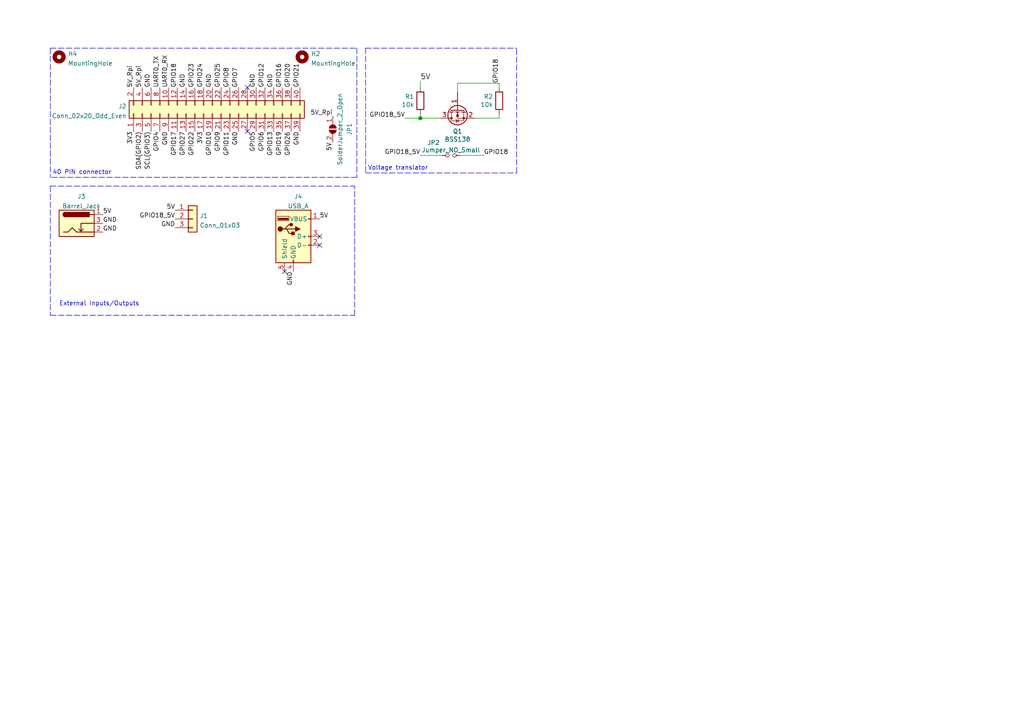
<source format=kicad_sch>
(kicad_sch (version 20210621) (generator eeschema)
  (paper "A4")
  (lib_symbols
    (symbol "Connector:Barrel_Jack_Switch" (pin_names hide)
      (property "Reference" "J" (at 0 5.334 0))
      (property "Value" "Barrel_Jack_Switch" (at 0 -5.08 0))
      (symbol "Barrel_Jack_Switch_0_1"
        (arc (start -3.302 3.175) (end -3.302 1.905) (radius (at -3.302 2.54) (length 0.635) (angles 90.1 -90.1)) (stroke (width 0.254)))
        (arc (start -3.302 3.175) (end -3.302 1.905) (radius (at -3.302 2.54) (length 0.635) (angles 90.1 -90.1)) (stroke (width 0.254)) (fill (type outline)))
        (rectangle (start 3.683 3.175) (end -3.302 1.905) (stroke (width 0.254)) (fill (type outline)))
        (rectangle (start -5.08 3.81) (end 5.08 -3.81) (stroke (width 0.254)) (fill (type background)))
        (polyline (pts (xy 1.27 -2.286) (xy 1.905 -1.651)) (stroke (width 0.254)))
        (polyline (pts (xy 5.08 2.54) (xy 3.81 2.54)) (stroke (width 0.254)))
        (polyline (pts (xy 5.08 0) (xy 1.27 0) (xy 1.27 -2.286) (xy 0.635 -1.651)) (stroke (width 0.254)))
        (polyline (pts (xy -3.81 -2.54) (xy -2.54 -2.54) (xy -1.27 -1.27) (xy 0 -2.54) (xy 2.54 -2.54) (xy 5.08 -2.54)) (stroke (width 0.254)))
      )
      (symbol "Barrel_Jack_Switch_1_1"
        (pin passive line (at 7.62 2.54 180) (length 2.54) (name "~") (number "1"))
        (pin passive line (at 7.62 -2.54 180) (length 2.54) (name "~") (number "2"))
        (pin passive line (at 7.62 0 180) (length 2.54) (name "~") (number "3"))
      )
    )
    (symbol "Connector:USB_A" (pin_names (offset 1.016))
      (property "Reference" "J" (at -5.08 11.43 0))
      (property "Value" "USB_A" (at -5.08 8.89 0))
      (symbol "USB_A_0_1"
        (circle (center -3.81 2.159) (radius 0.635) (stroke (width 0.254)) (fill (type outline)))
        (circle (center -0.635 3.429) (radius 0.381) (stroke (width 0.254)) (fill (type outline)))
        (rectangle (start -1.27 4.572) (end -4.572 5.842))
        (rectangle (start -0.127 -7.62) (end 0.127 -6.858))
        (rectangle (start 5.08 -2.667) (end 4.318 -2.413))
        (rectangle (start 5.08 -0.127) (end 4.318 0.127))
        (rectangle (start 5.08 4.953) (end 4.318 5.207))
        (rectangle (start -1.524 4.826) (end -4.318 5.334) (fill (type outline)))
        (rectangle (start 0.254 1.27) (end -0.508 0.508) (stroke (width 0.254)) (fill (type outline)))
        (rectangle (start -5.08 -7.62) (end 5.08 7.62) (stroke (width 0.254)) (fill (type background)))
        (polyline (pts (xy -3.175 2.159) (xy -2.54 2.159) (xy -1.27 3.429) (xy -0.635 3.429)) (stroke (width 0.254)))
        (polyline (pts (xy -2.54 2.159) (xy -1.905 2.159) (xy -1.27 0.889) (xy 0 0.889)) (stroke (width 0.254)))
        (polyline (pts (xy 0.635 2.794) (xy 0.635 1.524) (xy 1.905 2.159) (xy 0.635 2.794)) (stroke (width 0.254)) (fill (type outline)))
      )
      (symbol "USB_A_1_1"
        (polyline (pts (xy -1.905 2.159) (xy 0.635 2.159)) (stroke (width 0.254)))
        (pin power_in line (at 7.62 5.08 180) (length 2.54) (name "VBUS") (number "1"))
        (pin passive line (at 7.62 -2.54 180) (length 2.54) (name "D-") (number "2"))
        (pin passive line (at 7.62 0 180) (length 2.54) (name "D+") (number "3"))
        (pin power_in line (at 0 -10.16 90) (length 2.54) (name "GND") (number "4"))
        (pin passive line (at -2.54 -10.16 90) (length 2.54) (name "Shield") (number "5"))
      )
    )
    (symbol "Connector_Generic:Conn_01x03" (pin_names (offset 1.016) hide)
      (property "Reference" "J" (at 0 5.08 0))
      (property "Value" "Conn_01x03" (at 0 -5.08 0))
      (symbol "Conn_01x03_1_1"
        (rectangle (start -1.27 -2.413) (end 0 -2.667) (stroke (width 0.1524)))
        (rectangle (start -1.27 0.127) (end 0 -0.127) (stroke (width 0.1524)))
        (rectangle (start -1.27 2.667) (end 0 2.413) (stroke (width 0.1524)))
        (rectangle (start -1.27 3.81) (end 1.27 -3.81) (stroke (width 0.254)) (fill (type background)))
        (pin passive line (at -5.08 2.54 0) (length 3.81) (name "Pin_1") (number "1"))
        (pin passive line (at -5.08 0 0) (length 3.81) (name "Pin_2") (number "2"))
        (pin passive line (at -5.08 -2.54 0) (length 3.81) (name "Pin_3") (number "3"))
      )
    )
    (symbol "Connector_Generic:Conn_02x20_Odd_Even" (pin_names (offset 1.016) hide)
      (property "Reference" "J" (at 1.27 25.4 0))
      (property "Value" "Conn_02x20_Odd_Even" (at 1.27 -27.94 0))
      (symbol "Conn_02x20_Odd_Even_1_1"
        (rectangle (start -1.27 -25.273) (end 0 -25.527) (stroke (width 0.1524)))
        (rectangle (start -1.27 -22.733) (end 0 -22.987) (stroke (width 0.1524)))
        (rectangle (start -1.27 -20.193) (end 0 -20.447) (stroke (width 0.1524)))
        (rectangle (start -1.27 -17.653) (end 0 -17.907) (stroke (width 0.1524)))
        (rectangle (start -1.27 -15.113) (end 0 -15.367) (stroke (width 0.1524)))
        (rectangle (start -1.27 -12.573) (end 0 -12.827) (stroke (width 0.1524)))
        (rectangle (start -1.27 -10.033) (end 0 -10.287) (stroke (width 0.1524)))
        (rectangle (start -1.27 -7.493) (end 0 -7.747) (stroke (width 0.1524)))
        (rectangle (start -1.27 -4.953) (end 0 -5.207) (stroke (width 0.1524)))
        (rectangle (start -1.27 -2.413) (end 0 -2.667) (stroke (width 0.1524)))
        (rectangle (start -1.27 0.127) (end 0 -0.127) (stroke (width 0.1524)))
        (rectangle (start -1.27 2.667) (end 0 2.413) (stroke (width 0.1524)))
        (rectangle (start -1.27 5.207) (end 0 4.953) (stroke (width 0.1524)))
        (rectangle (start -1.27 7.747) (end 0 7.493) (stroke (width 0.1524)))
        (rectangle (start -1.27 10.287) (end 0 10.033) (stroke (width 0.1524)))
        (rectangle (start -1.27 12.827) (end 0 12.573) (stroke (width 0.1524)))
        (rectangle (start -1.27 15.367) (end 0 15.113) (stroke (width 0.1524)))
        (rectangle (start -1.27 17.907) (end 0 17.653) (stroke (width 0.1524)))
        (rectangle (start -1.27 20.447) (end 0 20.193) (stroke (width 0.1524)))
        (rectangle (start -1.27 22.987) (end 0 22.733) (stroke (width 0.1524)))
        (rectangle (start 3.81 -25.273) (end 2.54 -25.527) (stroke (width 0.1524)))
        (rectangle (start 3.81 -22.733) (end 2.54 -22.987) (stroke (width 0.1524)))
        (rectangle (start 3.81 -20.193) (end 2.54 -20.447) (stroke (width 0.1524)))
        (rectangle (start 3.81 -17.653) (end 2.54 -17.907) (stroke (width 0.1524)))
        (rectangle (start 3.81 -15.113) (end 2.54 -15.367) (stroke (width 0.1524)))
        (rectangle (start 3.81 -12.573) (end 2.54 -12.827) (stroke (width 0.1524)))
        (rectangle (start 3.81 -10.033) (end 2.54 -10.287) (stroke (width 0.1524)))
        (rectangle (start 3.81 -7.493) (end 2.54 -7.747) (stroke (width 0.1524)))
        (rectangle (start 3.81 -4.953) (end 2.54 -5.207) (stroke (width 0.1524)))
        (rectangle (start 3.81 -2.413) (end 2.54 -2.667) (stroke (width 0.1524)))
        (rectangle (start 3.81 0.127) (end 2.54 -0.127) (stroke (width 0.1524)))
        (rectangle (start 3.81 2.667) (end 2.54 2.413) (stroke (width 0.1524)))
        (rectangle (start 3.81 5.207) (end 2.54 4.953) (stroke (width 0.1524)))
        (rectangle (start 3.81 7.747) (end 2.54 7.493) (stroke (width 0.1524)))
        (rectangle (start 3.81 10.287) (end 2.54 10.033) (stroke (width 0.1524)))
        (rectangle (start 3.81 12.827) (end 2.54 12.573) (stroke (width 0.1524)))
        (rectangle (start 3.81 15.367) (end 2.54 15.113) (stroke (width 0.1524)))
        (rectangle (start 3.81 17.907) (end 2.54 17.653) (stroke (width 0.1524)))
        (rectangle (start 3.81 20.447) (end 2.54 20.193) (stroke (width 0.1524)))
        (rectangle (start 3.81 22.987) (end 2.54 22.733) (stroke (width 0.1524)))
        (rectangle (start -1.27 24.13) (end 3.81 -26.67) (stroke (width 0.254)) (fill (type background)))
        (pin passive line (at -5.08 22.86 0) (length 3.81) (name "Pin_1") (number "1"))
        (pin passive line (at 7.62 12.7 180) (length 3.81) (name "Pin_10") (number "10"))
        (pin passive line (at -5.08 10.16 0) (length 3.81) (name "Pin_11") (number "11"))
        (pin passive line (at 7.62 10.16 180) (length 3.81) (name "Pin_12") (number "12"))
        (pin passive line (at -5.08 7.62 0) (length 3.81) (name "Pin_13") (number "13"))
        (pin passive line (at 7.62 7.62 180) (length 3.81) (name "Pin_14") (number "14"))
        (pin passive line (at -5.08 5.08 0) (length 3.81) (name "Pin_15") (number "15"))
        (pin passive line (at 7.62 5.08 180) (length 3.81) (name "Pin_16") (number "16"))
        (pin passive line (at -5.08 2.54 0) (length 3.81) (name "Pin_17") (number "17"))
        (pin passive line (at 7.62 2.54 180) (length 3.81) (name "Pin_18") (number "18"))
        (pin passive line (at -5.08 0 0) (length 3.81) (name "Pin_19") (number "19"))
        (pin passive line (at 7.62 22.86 180) (length 3.81) (name "Pin_2") (number "2"))
        (pin passive line (at 7.62 0 180) (length 3.81) (name "Pin_20") (number "20"))
        (pin passive line (at -5.08 -2.54 0) (length 3.81) (name "Pin_21") (number "21"))
        (pin passive line (at 7.62 -2.54 180) (length 3.81) (name "Pin_22") (number "22"))
        (pin passive line (at -5.08 -5.08 0) (length 3.81) (name "Pin_23") (number "23"))
        (pin passive line (at 7.62 -5.08 180) (length 3.81) (name "Pin_24") (number "24"))
        (pin passive line (at -5.08 -7.62 0) (length 3.81) (name "Pin_25") (number "25"))
        (pin passive line (at 7.62 -7.62 180) (length 3.81) (name "Pin_26") (number "26"))
        (pin passive line (at -5.08 -10.16 0) (length 3.81) (name "Pin_27") (number "27"))
        (pin passive line (at 7.62 -10.16 180) (length 3.81) (name "Pin_28") (number "28"))
        (pin passive line (at -5.08 -12.7 0) (length 3.81) (name "Pin_29") (number "29"))
        (pin passive line (at -5.08 20.32 0) (length 3.81) (name "Pin_3") (number "3"))
        (pin passive line (at 7.62 -12.7 180) (length 3.81) (name "Pin_30") (number "30"))
        (pin passive line (at -5.08 -15.24 0) (length 3.81) (name "Pin_31") (number "31"))
        (pin passive line (at 7.62 -15.24 180) (length 3.81) (name "Pin_32") (number "32"))
        (pin passive line (at -5.08 -17.78 0) (length 3.81) (name "Pin_33") (number "33"))
        (pin passive line (at 7.62 -17.78 180) (length 3.81) (name "Pin_34") (number "34"))
        (pin passive line (at -5.08 -20.32 0) (length 3.81) (name "Pin_35") (number "35"))
        (pin passive line (at 7.62 -20.32 180) (length 3.81) (name "Pin_36") (number "36"))
        (pin passive line (at -5.08 -22.86 0) (length 3.81) (name "Pin_37") (number "37"))
        (pin passive line (at 7.62 -22.86 180) (length 3.81) (name "Pin_38") (number "38"))
        (pin passive line (at -5.08 -25.4 0) (length 3.81) (name "Pin_39") (number "39"))
        (pin passive line (at 7.62 20.32 180) (length 3.81) (name "Pin_4") (number "4"))
        (pin passive line (at 7.62 -25.4 180) (length 3.81) (name "Pin_40") (number "40"))
        (pin passive line (at -5.08 17.78 0) (length 3.81) (name "Pin_5") (number "5"))
        (pin passive line (at 7.62 17.78 180) (length 3.81) (name "Pin_6") (number "6"))
        (pin passive line (at -5.08 15.24 0) (length 3.81) (name "Pin_7") (number "7"))
        (pin passive line (at 7.62 15.24 180) (length 3.81) (name "Pin_8") (number "8"))
        (pin passive line (at -5.08 12.7 0) (length 3.81) (name "Pin_9") (number "9"))
      )
    )
    (symbol "Device:Jumper_NO_Small" (pin_numbers hide) (pin_names (offset 0.762) hide)
      (property "Reference" "JP" (at 0 2.032 0))
      (property "Value" "Jumper_NO_Small" (at 0.254 -1.524 0))
      (symbol "Jumper_NO_Small_0_1"
        (circle (center -1.016 0) (radius 0.508))
        (circle (center 1.016 0) (radius 0.508))
        (pin passive line (at -2.54 0 0) (length 1.016) (name "1") (number "1"))
        (pin passive line (at 2.54 0 180) (length 1.016) (name "2") (number "2"))
      )
    )
    (symbol "Device:R" (pin_numbers hide) (pin_names (offset 0))
      (property "Reference" "R" (at 2.032 0 90))
      (property "Value" "R" (at 0 0 90))
      (symbol "R_0_1"
        (rectangle (start -1.016 -2.54) (end 1.016 2.54) (stroke (width 0.254)))
      )
      (symbol "R_1_1"
        (pin passive line (at 0 3.81 270) (length 1.27) (name "~") (number "1"))
        (pin passive line (at 0 -3.81 90) (length 1.27) (name "~") (number "2"))
      )
    )
    (symbol "Jumper:SolderJumper_2_Open" (pin_names (offset 0) hide)
      (property "Reference" "JP" (at 0 2.032 0))
      (property "Value" "SolderJumper_2_Open" (at 0 -2.54 0))
      (symbol "SolderJumper_2_Open_0_1"
        (arc (start -0.254 1.016) (end -0.254 -1.016) (radius (at -0.254 0) (length 1.016) (angles 90.1 -90.1)))
        (arc (start 0.254 -1.016) (end 0.254 1.016) (radius (at 0.254 0) (length 1.016) (angles -89.9 89.9)))
        (arc (start -0.254 1.016) (end -0.254 -1.016) (radius (at -0.254 0) (length 1.016) (angles 90.1 -90.1)) (fill (type outline)))
        (arc (start 0.254 -1.016) (end 0.254 1.016) (radius (at 0.254 0) (length 1.016) (angles -89.9 89.9)) (fill (type outline)))
        (polyline (pts (xy -0.254 1.016) (xy -0.254 -1.016)))
        (polyline (pts (xy 0.254 1.016) (xy 0.254 -1.016)))
      )
      (symbol "SolderJumper_2_Open_1_1"
        (pin passive line (at -3.81 0 0) (length 2.54) (name "A") (number "1"))
        (pin passive line (at 3.81 0 180) (length 2.54) (name "B") (number "2"))
      )
    )
    (symbol "Mechanical:MountingHole" (pin_names (offset 1.016))
      (property "Reference" "H" (at 0 5.08 0))
      (property "Value" "MountingHole" (at 0 3.175 0))
      (symbol "MountingHole_0_1"
        (circle (center 0 0) (radius 1.27) (stroke (width 1.27)))
      )
    )
    (symbol "Transistor_FET:BSS138" (pin_names (offset 0) hide)
      (property "Reference" "Q" (at 5.08 1.905 0))
      (property "Value" "BSS138" (at 5.08 0 0))
      (symbol "BSS138_0_1"
        (circle (center 1.651 0) (radius 2.8194) (stroke (width 0.254)))
        (circle (center 2.54 -1.778) (radius 0.2794) (fill (type outline)))
        (circle (center 2.54 1.778) (radius 0.2794) (fill (type outline)))
        (polyline (pts (xy 0.762 -1.778) (xy 2.54 -1.778)))
        (polyline (pts (xy 0.762 -1.27) (xy 0.762 -2.286)) (stroke (width 0.254)))
        (polyline (pts (xy 0.762 0) (xy 2.54 0)))
        (polyline (pts (xy 0.762 0.508) (xy 0.762 -0.508)) (stroke (width 0.254)))
        (polyline (pts (xy 0.762 1.778) (xy 2.54 1.778)))
        (polyline (pts (xy 0.762 2.286) (xy 0.762 1.27)) (stroke (width 0.254)))
        (polyline (pts (xy 2.54 -1.778) (xy 2.54 -2.54)))
        (polyline (pts (xy 2.54 -1.778) (xy 2.54 0)))
        (polyline (pts (xy 2.54 2.54) (xy 2.54 1.778)))
        (polyline (pts (xy 0.254 1.905) (xy 0.254 -1.905) (xy 0.254 -1.905)) (stroke (width 0.254)))
        (polyline (pts (xy 2.54 -1.778) (xy 3.302 -1.778) (xy 3.302 1.778) (xy 2.54 1.778)))
        (polyline (pts (xy 2.794 0.508) (xy 2.921 0.381) (xy 3.683 0.381) (xy 3.81 0.254)))
        (polyline (pts (xy 3.302 0.381) (xy 2.921 -0.254) (xy 3.683 -0.254) (xy 3.302 0.381)))
        (polyline (pts (xy 1.016 0) (xy 2.032 0.381) (xy 2.032 -0.381) (xy 1.016 0)) (fill (type outline)))
      )
      (symbol "BSS138_1_1"
        (pin input line (at -5.08 0 0) (length 5.334) (name "G") (number "1"))
        (pin passive line (at 2.54 -5.08 90) (length 2.54) (name "S") (number "2"))
        (pin passive line (at 2.54 5.08 270) (length 2.54) (name "D") (number "3"))
      )
    )
  )
  (junction (at 121.92 34.29) (diameter 1.016))
  (no_connect (at 71.755 25.4))
  (no_connect (at 71.755 38.1))
  (no_connect (at 82.55 78.74))
  (no_connect (at 92.71 68.58))
  (no_connect (at 92.71 71.12))
  (wire (pts (xy 121.92 23.495) (xy 121.92 25.4)))
  (wire (pts (xy 121.92 33.02) (xy 121.92 34.29)))
  (wire (pts (xy 121.92 34.29) (xy 117.475 34.29)))
  (wire (pts (xy 121.92 45.085) (xy 128.27 45.085)))
  (wire (pts (xy 127.635 34.29) (xy 121.92 34.29)))
  (wire (pts (xy 132.715 26.67) (xy 132.715 24.13)))
  (wire (pts (xy 133.35 45.085) (xy 140.335 45.085)))
  (wire (pts (xy 137.795 34.29) (xy 144.78 34.29)))
  (wire (pts (xy 144.78 24.13) (xy 132.715 24.13)))
  (wire (pts (xy 144.78 25.4) (xy 144.78 24.13)))
  (wire (pts (xy 144.78 33.02) (xy 144.78 34.29)))
  (polyline (pts (xy 14.605 13.97) (xy 14.605 51.435)) (stroke (width 0) (type dash)))
  (polyline (pts (xy 14.605 13.97) (xy 103.505 13.97)) (stroke (width 0) (type dash)))
  (polyline (pts (xy 14.605 53.975) (xy 14.605 91.44)) (stroke (width 0) (type dash)))
  (polyline (pts (xy 14.605 53.975) (xy 102.87 53.975)) (stroke (width 0) (type dash)))
  (polyline (pts (xy 14.605 91.44) (xy 102.87 91.44)) (stroke (width 0) (type dash)))
  (polyline (pts (xy 102.87 91.44) (xy 102.87 53.975)) (stroke (width 0) (type dash)))
  (polyline (pts (xy 103.505 13.97) (xy 103.505 51.435)) (stroke (width 0) (type dash)))
  (polyline (pts (xy 103.505 51.435) (xy 14.605 51.435)) (stroke (width 0) (type dash)))
  (polyline (pts (xy 106.045 13.97) (xy 106.045 50.165)) (stroke (width 0) (type dash)))
  (polyline (pts (xy 106.045 13.97) (xy 149.86 13.97)) (stroke (width 0) (type dash)))
  (polyline (pts (xy 106.045 50.165) (xy 149.86 50.165)) (stroke (width 0) (type dash)))
  (polyline (pts (xy 149.86 50.165) (xy 149.86 13.97)) (stroke (width 0) (type dash)))
  (text "40 PIN connector" (at 15.24 50.8 0) (effects (font (size 1.27 1.27)) (justify left bottom)))
  (text "External Inputs/Outputs" (at 17.145 88.9 0) (effects (font (size 1.27 1.27)) (justify left bottom)))
  (text "Voltage translator" (at 106.68 49.53 0) (effects (font (size 1.27 1.27)) (justify left bottom)))
  (label "5V" (at 29.845 62.23 0))
  (label "GND" (at 29.845 64.77 0))
  (label "GND" (at 29.845 67.31 0))
  (label "5V_Rpi" (at 38.735 25.4 90))
  (label "3V3" (at 38.735 38.1 270))
  (label "5V_Rpi" (at 41.275 25.4 90))
  (label "SDA(GPIO2)" (at 41.275 38.1 270))
  (label "GND" (at 43.815 25.4 90))
  (label "SCL(GPIO3)" (at 43.815 38.1 270))
  (label "UART0_TX" (at 46.355 25.4 90))
  (label "GPIO4" (at 46.355 38.1 270))
  (label "UART0_RX" (at 48.895 25.4 90))
  (label "GND" (at 48.895 38.1 270))
  (label "5V" (at 50.8 60.96 180))
  (label "GPIO18_5V" (at 50.8 63.5 180))
  (label "GND" (at 50.8 66.04 180))
  (label "GPIO18" (at 51.435 25.4 90))
  (label "GPIO17" (at 51.435 38.1 270))
  (label "GND" (at 53.975 25.4 90))
  (label "GPIO27" (at 53.975 38.1 270))
  (label "GPIO23" (at 56.515 25.4 90))
  (label "GPIO22" (at 56.515 38.1 270))
  (label "GPIO24" (at 59.055 25.4 90))
  (label "3V3" (at 59.055 38.1 270))
  (label "GND" (at 61.595 25.4 90))
  (label "GPIO10" (at 61.595 38.1 270))
  (label "GPIO25" (at 64.135 25.4 90))
  (label "GPIO9" (at 64.135 38.1 270))
  (label "GPIO8" (at 66.675 25.4 90))
  (label "GPIO11" (at 66.675 38.1 270))
  (label "GPIO7" (at 69.215 25.4 90))
  (label "GND" (at 69.215 38.1 270))
  (label "GND" (at 74.295 25.4 90))
  (label "GPIO5" (at 74.295 38.1 270))
  (label "GPIO12" (at 76.835 25.4 90))
  (label "GPIO6" (at 76.835 38.1 270))
  (label "GND" (at 79.375 25.4 90))
  (label "GPIO13" (at 79.375 38.1 270))
  (label "GPIO16" (at 81.915 25.4 90))
  (label "GPIO19" (at 81.915 38.1 270))
  (label "GPIO20" (at 84.455 25.4 90))
  (label "GPIO26" (at 84.455 38.1 270))
  (label "GND" (at 85.09 78.74 270))
  (label "GPIO21" (at 86.995 25.4 90))
  (label "GND" (at 86.995 38.1 270))
  (label "5V" (at 92.71 63.5 0))
  (label "5V_Rpi" (at 96.52 33.655 180))
  (label "5V" (at 96.52 41.275 270))
  (label "GPIO18_5V" (at 117.475 34.29 180))
  (label "5V" (at 121.92 23.495 0) (effects (font (size 1.524 1.524))))
  (label "GPIO18_5V" (at 121.92 45.085 180))
  (label "GPIO18" (at 140.335 45.085 0))
  (label "GPIO18" (at 144.78 24.13 90))
  (symbol (lib_id "Device:Jumper_NO_Small") (at 130.81 45.085 0) (unit 1) (in_bom no)
    (property "Reference" "JP2" (at 125.73 41.3724 0))
    (property "Value" "Jumper_NO_Small" (at 130.81 43.5125 0))
    (property "Footprint" "Jumper:SolderJumper-2_P1.3mm_Open_Pad1.0x1.5mm" (effects hide))
  )
  (symbol (lib_id "Mechanical:MountingHole") (at 17.145 16.51 0) (unit 1) (in_bom no)
    (property "Reference" "H4" (at 19.6851 15.6015 0) (effects (justify left)))
    (property "Value" "MountingHole" (at 19.6851 18.3766 0) (effects (justify left)))
    (property "Footprint" "MountingHole:MountingHole_2.5mm" (effects hide))
  )
  (symbol (lib_id "Mechanical:MountingHole") (at 87.63 16.51 0) (mirror y) (unit 1) (in_bom no)
    (property "Reference" "H2" (at 90.1701 15.6015 0) (effects (justify right)))
    (property "Value" "MountingHole" (at 90.1701 18.3766 0) (effects (justify right)))
    (property "Footprint" "MountingHole:MountingHole_2.5mm" (effects hide))
  )
  (symbol (lib_id "Jumper:SolderJumper_2_Open") (at 96.52 37.465 270) (unit 1) (in_bom no)
    (property "Reference" "JP1" (at 101.3756 37.465 0))
    (property "Value" "SolderJumper_2_Open" (at 98.6005 37.465 0))
    (property "Footprint" "Jumper:SolderJumper-2_P1.3mm_Open_Pad1.0x1.5mm" (effects hide))
  )
  (symbol (lib_id "Device:R") (at 121.92 29.21 0) (mirror y) (unit 1)
    (property "Reference" "R1" (at 120.142 28.0416 0) (effects (justify left)))
    (property "Value" "10k" (at 120.142 30.353 0) (effects (justify left)))
    (property "Footprint" "Resistor_SMD:R_0603_1608Metric" (effects hide))
    (property "MPN" "CR0603-JW-103ELF" (effects hide))
  )
  (symbol (lib_id "Device:R") (at 144.78 29.21 0) (mirror y) (unit 1)
    (property "Reference" "R2" (at 143.002 28.0416 0) (effects (justify left)))
    (property "Value" "10k" (at 143.002 30.353 0) (effects (justify left)))
    (property "Footprint" "Resistor_SMD:R_0603_1608Metric" (effects hide))
    (property "MPN" "CR0603-JW-103ELF" (effects hide))
  )
  (symbol (lib_id "Connector_Generic:Conn_01x03") (at 55.88 63.5 0) (unit 1) (in_bom no)
    (property "Reference" "J1" (at 57.9121 62.5915 0) (effects (justify left)))
    (property "Value" "Conn_01x03" (at 57.9121 65.3666 0) (effects (justify left)))
    (property "Footprint" "TerminalBlock_Phoenix:TerminalBlock_Phoenix_MKDS-1,5-3_1x03_P5.00mm_Horizontal" (effects hide))
  )
  (symbol (lib_id "Connector:Barrel_Jack_Switch") (at 22.225 64.77 0) (unit 1)
    (property "Reference" "J3" (at 23.622 56.9934 0))
    (property "Value" "Barrel_Jack" (at 23.622 59.7685 0))
    (property "Footprint" "Connector_BarrelJack:BarrelJack_Horizontal" (effects hide))
    (property "MPN" "FC681465" (effects hide))
  )
  (symbol (lib_id "Transistor_FET:BSS138") (at 132.715 31.75 90) (mirror x) (unit 1)
    (property "Reference" "Q1" (at 132.715 38.1 90))
    (property "Value" "BSS138" (at 132.715 40.4114 90))
    (property "Footprint" "Package_TO_SOT_SMD:SOT-23" (effects hide))
    (property "Datasheet" "https://www.fairchildsemi.com/datasheets/BS/BSS138.pdf" (effects hide))
    (property "MPN" "BSS138" (effects hide))
  )
  (symbol (lib_id "Connector:USB_A") (at 85.09 68.58 0) (unit 1) (in_bom no)
    (property "Reference" "J4" (at 86.487 56.9934 0))
    (property "Value" "USB_A" (at 86.487 59.7685 0))
    (property "Footprint" "Connector_USB:USB_A_Molex_67643_Horizontal" (effects hide))
    (property "Datasheet" " ~" (effects hide))
    (property "MPN" "67643" (effects hide))
  )
  (symbol (lib_id "Connector_Generic:Conn_02x20_Odd_Even") (at 61.595 33.02 90) (unit 1)
    (property "Reference" "J2" (at 36.7029 30.8415 90) (effects (justify left)))
    (property "Value" "Conn_02x20_Odd_Even" (at 36.7029 33.6166 90) (effects (justify left)))
    (property "Footprint" "Connector_PinSocket_2.54mm:PinSocket_2x20_P2.54mm_Vertical" (effects hide))
    (property "MPN" "SSW-120-01-T-D" (effects hide))
  )
)
</source>
